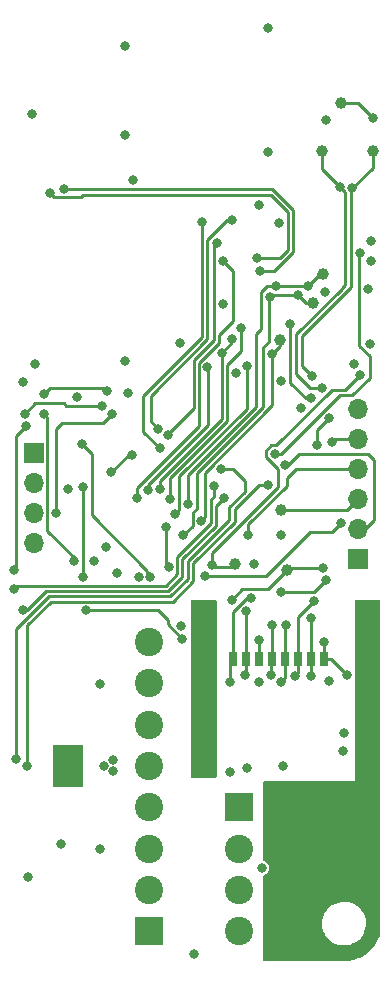
<source format=gbl>
G04 #@! TF.GenerationSoftware,KiCad,Pcbnew,7.0.8*
G04 #@! TF.CreationDate,2023-12-05T10:59:50-06:00*
G04 #@! TF.ProjectId,Flight_Board,466c6967-6874-45f4-926f-6172642e6b69,rev?*
G04 #@! TF.SameCoordinates,Original*
G04 #@! TF.FileFunction,Copper,L4,Bot*
G04 #@! TF.FilePolarity,Positive*
%FSLAX46Y46*%
G04 Gerber Fmt 4.6, Leading zero omitted, Abs format (unit mm)*
G04 Created by KiCad (PCBNEW 7.0.8) date 2023-12-05 10:59:50*
%MOMM*%
%LPD*%
G01*
G04 APERTURE LIST*
G04 #@! TA.AperFunction,ComponentPad*
%ADD10C,0.600000*%
G04 #@! TD*
G04 #@! TA.AperFunction,SMDPad,CuDef*
%ADD11R,2.550000X3.550000*%
G04 #@! TD*
G04 #@! TA.AperFunction,ComponentPad*
%ADD12R,2.400000X2.400000*%
G04 #@! TD*
G04 #@! TA.AperFunction,ComponentPad*
%ADD13C,2.400000*%
G04 #@! TD*
G04 #@! TA.AperFunction,SMDPad,CuDef*
%ADD14C,1.000000*%
G04 #@! TD*
G04 #@! TA.AperFunction,SMDPad,CuDef*
%ADD15R,0.800000X1.200000*%
G04 #@! TD*
G04 #@! TA.AperFunction,SMDPad,CuDef*
%ADD16R,1.500000X2.000000*%
G04 #@! TD*
G04 #@! TA.AperFunction,ComponentPad*
%ADD17R,1.700000X1.700000*%
G04 #@! TD*
G04 #@! TA.AperFunction,ComponentPad*
%ADD18O,1.700000X1.700000*%
G04 #@! TD*
G04 #@! TA.AperFunction,ViaPad*
%ADD19C,0.800000*%
G04 #@! TD*
G04 #@! TA.AperFunction,Conductor*
%ADD20C,0.250000*%
G04 #@! TD*
G04 APERTURE END LIST*
D10*
G04 #@! TO.P,U8,29,PAD*
G04 #@! TO.N,GND*
X140836000Y-128140000D03*
X140836000Y-128840000D03*
X140836000Y-129540000D03*
X140836000Y-130240000D03*
X140836000Y-130940000D03*
X141736000Y-128140000D03*
X141736000Y-128840000D03*
X141736000Y-129540000D03*
D11*
X141736000Y-129540000D03*
D10*
X141736000Y-130240000D03*
X141736000Y-130940000D03*
X142636000Y-128140000D03*
X142636000Y-128840000D03*
X142636000Y-129540000D03*
X142636000Y-130240000D03*
X142636000Y-130940000D03*
G04 #@! TD*
D12*
G04 #@! TO.P,J2,1,Pin_1*
G04 #@! TO.N,GND*
X148590000Y-143540000D03*
D13*
G04 #@! TO.P,J2,2,Pin_2*
G04 #@! TO.N,/PYRO4*
X148590000Y-140040000D03*
G04 #@! TO.P,J2,3,Pin_3*
G04 #@! TO.N,GND*
X148590000Y-136540000D03*
G04 #@! TO.P,J2,4,Pin_4*
G04 #@! TO.N,/PYRO3*
X148590000Y-133040000D03*
G04 #@! TO.P,J2,5,Pin_5*
G04 #@! TO.N,GND*
X148590000Y-129540000D03*
G04 #@! TO.P,J2,6,Pin_6*
G04 #@! TO.N,/PYRO2*
X148590000Y-126040000D03*
G04 #@! TO.P,J2,7,Pin_7*
G04 #@! TO.N,GND*
X148590000Y-122540000D03*
G04 #@! TO.P,J2,8,Pin_8*
G04 #@! TO.N,/PYRO1*
X148590000Y-119040000D03*
G04 #@! TD*
D14*
G04 #@! TO.P,TP11,1,1*
G04 #@! TO.N,/Accelerometer/SCL*
X163195000Y-77470000D03*
G04 #@! TD*
G04 #@! TO.P,TP3,1,1*
G04 #@! TO.N,GND*
X159766000Y-107823000D03*
G04 #@! TD*
G04 #@! TO.P,TP10,1,1*
G04 #@! TO.N,/Accelerometer/SDA*
X167513000Y-77470000D03*
G04 #@! TD*
G04 #@! TO.P,TP8,1,1*
G04 #@! TO.N,/CS1*
X155829000Y-112395000D03*
G04 #@! TD*
G04 #@! TO.P,TP5,1,1*
G04 #@! TO.N,/Barometer/MISO*
X162433000Y-90297000D03*
G04 #@! TD*
D15*
G04 #@! TO.P,J5,1,DAT2*
G04 #@! TO.N,/MicroSD/SDIO_D2*
X163372000Y-120438000D03*
G04 #@! TO.P,J5,2,CD/DAT3*
G04 #@! TO.N,/MicroSD/SDIO_D3*
X162272000Y-120438000D03*
G04 #@! TO.P,J5,3,CMD*
G04 #@! TO.N,/MicroSD/SDIO_CMD*
X161172000Y-120438000D03*
G04 #@! TO.P,J5,4,VDD*
G04 #@! TO.N,+3.3V*
X160072000Y-120438000D03*
G04 #@! TO.P,J5,5,CLK*
G04 #@! TO.N,/MicroSD/SDIO_CLK*
X158972000Y-120438000D03*
G04 #@! TO.P,J5,6,VSS*
G04 #@! TO.N,GND*
X157872000Y-120438000D03*
G04 #@! TO.P,J5,7,DAT0*
G04 #@! TO.N,/MicroSD/SDIO_D0*
X156772000Y-120438000D03*
G04 #@! TO.P,J5,8,DAT1*
G04 #@! TO.N,/MicroSD/SDIO_D1*
X155672000Y-120438000D03*
D16*
G04 #@! TO.P,J5,9,SHIELD*
G04 #@! TO.N,GND*
X153202000Y-118238000D03*
G04 #@! TO.P,J5,10,SHIELD*
X153202000Y-126438000D03*
G04 #@! TO.P,J5,11,SHIELD*
X167092000Y-126438000D03*
G04 #@! TO.P,J5,12,SHIELD*
X167092000Y-118238000D03*
G04 #@! TD*
D14*
G04 #@! TO.P,TP9,1,1*
G04 #@! TO.N,/CS2*
X160274000Y-112903000D03*
G04 #@! TD*
D17*
G04 #@! TO.P,J3,1,Pin_1*
G04 #@! TO.N,+3.3V*
X138811000Y-102997000D03*
D18*
G04 #@! TO.P,J3,2,Pin_2*
G04 #@! TO.N,/Microcontroller/UART_TX*
X138811000Y-105537000D03*
G04 #@! TO.P,J3,3,Pin_3*
G04 #@! TO.N,/Microcontroller/UART_RX*
X138811000Y-108077000D03*
G04 #@! TO.P,J3,4,Pin_4*
G04 #@! TO.N,GND*
X138811000Y-110617000D03*
G04 #@! TD*
D14*
G04 #@! TO.P,TP7,1,1*
G04 #@! TO.N,/Barometer/SCK*
X159639000Y-93472000D03*
G04 #@! TD*
D17*
G04 #@! TO.P,J4,1,Pin_1*
G04 #@! TO.N,+3.3V*
X166243000Y-112014000D03*
D18*
G04 #@! TO.P,J4,2,Pin_2*
G04 #@! TO.N,/Microcontroller/SWCLK*
X166243000Y-109474000D03*
G04 #@! TO.P,J4,3,Pin_3*
G04 #@! TO.N,GND*
X166243000Y-106934000D03*
G04 #@! TO.P,J4,4,Pin_4*
G04 #@! TO.N,/Microcontroller/SWDIO*
X166243000Y-104394000D03*
G04 #@! TO.P,J4,5,Pin_5*
G04 #@! TO.N,/Microcontroller/NRST*
X166243000Y-101854000D03*
G04 #@! TO.P,J4,6,Pin_6*
G04 #@! TO.N,/Microcontroller/SWO*
X166243000Y-99314000D03*
G04 #@! TD*
D14*
G04 #@! TO.P,TP2,1,1*
G04 #@! TO.N,GND*
X164846000Y-73406000D03*
G04 #@! TD*
D12*
G04 #@! TO.P,J1,1,Pin_1*
G04 #@! TO.N,/VBAT*
X156210000Y-133040000D03*
D13*
G04 #@! TO.P,J1,2,Pin_2*
G04 #@! TO.N,GND*
X156210000Y-136540000D03*
G04 #@! TO.P,J1,3,Pin_3*
G04 #@! TO.N,/VPYRO*
X156210000Y-140040000D03*
G04 #@! TO.P,J1,4,Pin_4*
G04 #@! TO.N,GND*
X156210000Y-143540000D03*
G04 #@! TD*
D14*
G04 #@! TO.P,TP6,1,1*
G04 #@! TO.N,/Barometer/MOSI*
X163322000Y-87884000D03*
G04 #@! TD*
D19*
G04 #@! TO.N,+3.3V*
X163576000Y-74803000D03*
X159766000Y-109982000D03*
X160147000Y-117602000D03*
X155448000Y-130048000D03*
X144907000Y-110998000D03*
X158115000Y-138176000D03*
X159766000Y-122428000D03*
X167146500Y-89154000D03*
X151219500Y-93726000D03*
X151324800Y-117661200D03*
X167386000Y-85090000D03*
X147701000Y-113538000D03*
X146595500Y-95250000D03*
X164973000Y-128270000D03*
X157861000Y-82042000D03*
X138938000Y-95504000D03*
X141732000Y-106045000D03*
X155913500Y-96298257D03*
X163830000Y-122301000D03*
X141097000Y-136144000D03*
X165984701Y-95508299D03*
X152400000Y-145415000D03*
X138684000Y-74295000D03*
G04 #@! TO.N,GND*
X163577750Y-138279000D03*
X164466750Y-138279000D03*
X157861000Y-122428000D03*
X161476201Y-99246201D03*
X145854497Y-113157000D03*
X146838500Y-97917000D03*
X165100000Y-126746000D03*
X159893000Y-129540000D03*
X165355750Y-133707000D03*
X167513000Y-74676000D03*
X159607500Y-83566000D03*
X158623000Y-77551000D03*
X147193000Y-79883000D03*
X158623000Y-67056000D03*
X167133750Y-138279000D03*
X166244750Y-138279000D03*
X146558000Y-76073000D03*
X153162000Y-122428000D03*
X166244750Y-133707000D03*
X167133750Y-137390000D03*
X167133750Y-134596000D03*
X142494000Y-98298000D03*
X157872000Y-118872000D03*
X164466750Y-133707000D03*
X167267681Y-93844319D03*
X157480000Y-112395000D03*
X143891000Y-112141000D03*
X163449000Y-89408000D03*
X146558000Y-68580000D03*
X159803500Y-96930542D03*
X167386000Y-86741000D03*
X165355750Y-138279000D03*
X167133750Y-133707000D03*
X138303000Y-138938000D03*
X154813000Y-90424000D03*
X167133750Y-136501000D03*
X156845000Y-129667000D03*
X167133750Y-135485000D03*
X137922000Y-97028000D03*
X163577750Y-133707000D03*
G04 #@! TO.N,/Microcontroller/NRST*
X143002000Y-113538500D03*
X159766000Y-114808000D03*
X151384000Y-118745000D03*
X145381202Y-104677355D03*
X163576000Y-113792000D03*
X143002000Y-105918000D03*
X164084000Y-102108000D03*
X147130551Y-103188551D03*
X143256000Y-116337500D03*
G04 #@! TO.N,/MicroSD/SDIO_CLK*
X158877000Y-121793000D03*
X158972000Y-117602000D03*
G04 #@! TO.N,/MicroSD/SDIO_CMD*
X160909000Y-121920000D03*
X162560000Y-115570000D03*
G04 #@! TO.N,/MicroSD/SDIO_D3*
X162306000Y-121920000D03*
X162272000Y-116967000D03*
G04 #@! TO.N,/MicroSD/SDIO_D2*
X163372000Y-118999000D03*
X165354000Y-121793000D03*
G04 #@! TO.N,/MicroSD/SDIO_D1*
X157188500Y-115316000D03*
X155448000Y-122428000D03*
G04 #@! TO.N,/MicroSD/SDIO_D0*
X156772000Y-116427811D03*
X156718000Y-121793000D03*
G04 #@! TO.N,/VPYRO*
X145542000Y-129921000D03*
X144399000Y-122555000D03*
X145542000Y-129032000D03*
X144399000Y-136525000D03*
X144780000Y-129540000D03*
G04 #@! TO.N,/Microcontroller/SWCLK*
X160142701Y-104017299D03*
G04 #@! TO.N,/Microcontroller/SWDIO*
X157009500Y-109982000D03*
G04 #@! TO.N,/Microcontroller/VBAT_ADC*
X142875000Y-102235000D03*
X148700503Y-113538000D03*
G04 #@! TO.N,/Accelerometer/SCL*
X163195000Y-97504030D03*
X164719000Y-80518000D03*
G04 #@! TO.N,/Accelerometer/SDA*
X165806600Y-80591300D03*
X162402791Y-96550287D03*
G04 #@! TO.N,/GPS/TXD*
X141351000Y-80667071D03*
X157988000Y-87630000D03*
G04 #@! TO.N,/GPS/RXD*
X140208000Y-81026000D03*
X157734000Y-86487000D03*
G04 #@! TO.N,/Current Switch/EN1*
X145071500Y-97746738D03*
X139700000Y-99695000D03*
X139700000Y-98044000D03*
X142240000Y-112141000D03*
G04 #@! TO.N,/Current Switch/EN2*
X140716000Y-108077000D03*
X145488256Y-99693059D03*
G04 #@! TO.N,/Current Switch/EN3*
X144633000Y-99080000D03*
X138049000Y-99695000D03*
G04 #@! TO.N,/Current Switch/EN4*
X138138500Y-100711000D03*
X137160000Y-112903000D03*
G04 #@! TO.N,/LoRa/LORA_BUSY*
X154745460Y-94547460D03*
X149483299Y-106049299D03*
X155650000Y-93345000D03*
G04 #@! TO.N,/Barometer/MISO*
X151499918Y-110001680D03*
X161186389Y-89624500D03*
X158795500Y-89833758D03*
G04 #@! TO.N,/LoRa/LORA_MISO*
X150183636Y-101519424D03*
X154305000Y-85217000D03*
G04 #@! TO.N,/Accelerometer/INT1*
X159249402Y-103124000D03*
X166457985Y-86115794D03*
G04 #@! TO.N,/LoRa/LORA_SCK*
X149479000Y-102616000D03*
X153035000Y-83439000D03*
G04 #@! TO.N,/LoRa/LORA_MOSI*
X154813000Y-86741000D03*
X147574000Y-106807000D03*
G04 #@! TO.N,/LoRa/LORA_NSS*
X155575000Y-83312000D03*
X149352000Y-100965000D03*
G04 #@! TO.N,/LoRa/LORA_RST*
X153538701Y-95753701D03*
X148467299Y-106176299D03*
G04 #@! TO.N,/LoRa/LORA_DIO1*
X156374500Y-92456000D03*
X150334533Y-106934000D03*
G04 #@! TO.N,/IMU/INT1*
X156882500Y-95653028D03*
X150779732Y-108234732D03*
G04 #@! TO.N,/Barometer/INT*
X164846000Y-108966000D03*
X153289000Y-113425000D03*
X149987000Y-109316275D03*
X150241000Y-112649000D03*
G04 #@! TO.N,/Current Switch/~{ST2}*
X137160000Y-114554000D03*
X154128639Y-105860744D03*
G04 #@! TO.N,/Current Switch/~{ST3}*
X158682899Y-105723899D03*
X138285474Y-129565500D03*
G04 #@! TO.N,/Current Switch/~{ST4}*
X137287000Y-128905000D03*
X154683701Y-104411875D03*
G04 #@! TO.N,/Barometer/MOSI*
X162052000Y-88862037D03*
X159357142Y-88862500D03*
X151892000Y-107315000D03*
G04 #@! TO.N,/Barometer/SCK*
X152997500Y-108765768D03*
X159041500Y-94615000D03*
G04 #@! TO.N,/Current Switch/~{ST1}*
X137893500Y-116332000D03*
X154967639Y-106842755D03*
G04 #@! TO.N,/CS1*
X153924000Y-112559329D03*
X166447951Y-96433451D03*
G04 #@! TO.N,/CS2*
X162814000Y-102362000D03*
X155575000Y-115443000D03*
X163830000Y-100080299D03*
X160528000Y-92075000D03*
X163322000Y-112776000D03*
X162301701Y-98420701D03*
G04 #@! TD*
D20*
G04 #@! TO.N,+3.3V*
X160072000Y-117677000D02*
X160072000Y-120438000D01*
X160147000Y-117602000D02*
X160072000Y-117677000D01*
X160072000Y-120438000D02*
X160072000Y-122122000D01*
X160072000Y-122122000D02*
X159766000Y-122428000D01*
G04 #@! TO.N,GND*
X165354000Y-107823000D02*
X166243000Y-106934000D01*
X159766000Y-107823000D02*
X165354000Y-107823000D01*
X164846000Y-73406000D02*
X166243000Y-73406000D01*
X166243000Y-73406000D02*
X167513000Y-74676000D01*
X157872000Y-118872000D02*
X157872000Y-120438000D01*
G04 #@! TO.N,/Microcontroller/NRST*
X143002000Y-113538500D02*
X143002000Y-105918000D01*
X166243000Y-101854000D02*
X164338000Y-101854000D01*
X146870006Y-103188551D02*
X145381202Y-104677355D01*
X150159119Y-117139119D02*
X150159119Y-117520119D01*
X147130551Y-103188551D02*
X146870006Y-103188551D01*
X162560000Y-114808000D02*
X159766000Y-114808000D01*
X163576000Y-113792000D02*
X162560000Y-114808000D01*
X149357500Y-116337500D02*
X150159119Y-117139119D01*
X150159119Y-117520119D02*
X151384000Y-118745000D01*
X143256000Y-116337500D02*
X149357500Y-116337500D01*
X164338000Y-101854000D02*
X164084000Y-102108000D01*
G04 #@! TO.N,/MicroSD/SDIO_CLK*
X158877000Y-121793000D02*
X158877000Y-120533000D01*
X158972000Y-117602000D02*
X158972000Y-120438000D01*
X158877000Y-120533000D02*
X158972000Y-120438000D01*
G04 #@! TO.N,/MicroSD/SDIO_CMD*
X161172000Y-116958000D02*
X161172000Y-120438000D01*
X161172000Y-121657000D02*
X160909000Y-121920000D01*
X161172000Y-120438000D02*
X161172000Y-121657000D01*
X162560000Y-115570000D02*
X161172000Y-116958000D01*
G04 #@! TO.N,/MicroSD/SDIO_D3*
X162272000Y-116967000D02*
X162272000Y-120438000D01*
X162306000Y-121920000D02*
X162272000Y-121886000D01*
X162272000Y-121886000D02*
X162272000Y-120438000D01*
G04 #@! TO.N,/MicroSD/SDIO_D2*
X165354000Y-121793000D02*
X163999000Y-120438000D01*
X163999000Y-120438000D02*
X163372000Y-120438000D01*
X163372000Y-118999000D02*
X163372000Y-120438000D01*
G04 #@! TO.N,/MicroSD/SDIO_D1*
X156858506Y-115316000D02*
X155672000Y-116502506D01*
X157188500Y-115316000D02*
X156858506Y-115316000D01*
X155672000Y-116502506D02*
X155672000Y-120438000D01*
X155448000Y-122428000D02*
X155448000Y-120662000D01*
X155448000Y-120662000D02*
X155672000Y-120438000D01*
G04 #@! TO.N,/MicroSD/SDIO_D0*
X156772000Y-116427811D02*
X156772000Y-120438000D01*
X156772000Y-120438000D02*
X156772000Y-121739000D01*
X156772000Y-121739000D02*
X156718000Y-121793000D01*
G04 #@! TO.N,/Microcontroller/SWCLK*
X166243000Y-109474000D02*
X166243000Y-108839000D01*
X160396701Y-104017299D02*
X161290000Y-103124000D01*
X167640000Y-108712000D02*
X166878000Y-109474000D01*
X167132000Y-103124000D02*
X167640000Y-103632000D01*
X161290000Y-103124000D02*
X167132000Y-103124000D01*
X167640000Y-103632000D02*
X167640000Y-108712000D01*
X160142701Y-104017299D02*
X160396701Y-104017299D01*
X166878000Y-109474000D02*
X166243000Y-109474000D01*
G04 #@! TO.N,/Microcontroller/SWDIO*
X166243000Y-104394000D02*
X161036000Y-104394000D01*
X160274000Y-105156000D02*
X160274000Y-105793792D01*
X161036000Y-104394000D02*
X160274000Y-105156000D01*
X157009500Y-109058292D02*
X157009500Y-109982000D01*
X160274000Y-105793792D02*
X157009500Y-109058292D01*
G04 #@! TO.N,/Microcontroller/VBAT_ADC*
X143727000Y-108294000D02*
X143727000Y-103087000D01*
X148426000Y-113263497D02*
X148426000Y-112993000D01*
X148700503Y-113538000D02*
X148426000Y-113263497D01*
X143727000Y-103087000D02*
X142875000Y-102235000D01*
X148426000Y-112993000D02*
X143727000Y-108294000D01*
G04 #@! TO.N,/Accelerometer/SCL*
X163195000Y-78994000D02*
X164719000Y-80518000D01*
X165158000Y-88840604D02*
X165158000Y-80957000D01*
X163195000Y-77470000D02*
X163195000Y-78994000D01*
X163195000Y-97504030D02*
X162227225Y-97504030D01*
X164904000Y-89131805D02*
X164904000Y-89094604D01*
X162227225Y-97504030D02*
X161036000Y-96312805D01*
X164904000Y-89094604D02*
X165158000Y-88840604D01*
X161036000Y-96312805D02*
X161036000Y-92999805D01*
X161036000Y-92999805D02*
X164904000Y-89131805D01*
X165158000Y-80957000D02*
X164719000Y-80518000D01*
G04 #@! TO.N,/Accelerometer/SDA*
X165354000Y-89318201D02*
X165354000Y-89281000D01*
X161544000Y-95691496D02*
X161544000Y-93128201D01*
X165354000Y-89281000D02*
X165677000Y-88958000D01*
X167513000Y-78884900D02*
X165806600Y-80591300D01*
X167513000Y-77470000D02*
X167513000Y-78884900D01*
X165677000Y-88958000D02*
X165677000Y-80720900D01*
X165677000Y-80720900D02*
X165806600Y-80591300D01*
X161544000Y-93128201D02*
X165354000Y-89318201D01*
X162402791Y-96550287D02*
X161544000Y-95691496D01*
G04 #@! TO.N,/GPS/TXD*
X141351500Y-80666571D02*
X141351000Y-80667071D01*
X159171263Y-87630000D02*
X160782000Y-86019263D01*
X160782000Y-82423000D02*
X159025571Y-80666571D01*
X160782000Y-86019263D02*
X160782000Y-82423000D01*
X159025571Y-80666571D02*
X141351500Y-80666571D01*
X157988000Y-87630000D02*
X159171263Y-87630000D01*
G04 #@! TO.N,/GPS/RXD*
X159677867Y-86487000D02*
X160332000Y-85832867D01*
X157734000Y-86487000D02*
X159677867Y-86487000D01*
X160332000Y-82609395D02*
X158875605Y-81153000D01*
X140573571Y-81391571D02*
X140208000Y-81026000D01*
X142799846Y-81391571D02*
X140573571Y-81391571D01*
X143038417Y-81153000D02*
X142799846Y-81391571D01*
X158875605Y-81153000D02*
X143038417Y-81153000D01*
X160332000Y-85832867D02*
X160332000Y-82609395D01*
G04 #@! TO.N,/Current Switch/EN1*
X144897762Y-97573000D02*
X140171000Y-97573000D01*
X139700000Y-99695000D02*
X139986000Y-99981000D01*
X139986000Y-109633000D02*
X142367000Y-112014000D01*
X140171000Y-97573000D02*
X139700000Y-98044000D01*
X142367000Y-112014000D02*
X142240000Y-112141000D01*
X145071500Y-97746738D02*
X144897762Y-97573000D01*
X139986000Y-99981000D02*
X139986000Y-109633000D01*
G04 #@! TO.N,/Current Switch/EN2*
X145488256Y-99693059D02*
X144724315Y-100457000D01*
X144724315Y-100457000D02*
X141224000Y-100457000D01*
X140716000Y-100965000D02*
X141224000Y-100457000D01*
X140716000Y-108077000D02*
X140716000Y-100965000D01*
G04 #@! TO.N,/Current Switch/EN3*
X138938000Y-98806000D02*
X138049000Y-99695000D01*
X141351000Y-98806000D02*
X138938000Y-98806000D01*
X144633000Y-99080000D02*
X144576000Y-99023000D01*
X141568000Y-99023000D02*
X141351000Y-98806000D01*
X144576000Y-99023000D02*
X141568000Y-99023000D01*
G04 #@! TO.N,/Current Switch/EN4*
X137287000Y-112776000D02*
X137160000Y-112903000D01*
X137287000Y-101562500D02*
X137287000Y-112776000D01*
X138138500Y-100711000D02*
X137287000Y-101562500D01*
G04 #@! TO.N,/LoRa/LORA_BUSY*
X155650000Y-93642920D02*
X155650000Y-93345000D01*
X154738500Y-94554420D02*
X154745460Y-94547460D01*
X154738500Y-100126798D02*
X154738500Y-94554420D01*
X149483299Y-105381999D02*
X154738500Y-100126798D01*
X149483299Y-106049299D02*
X149483299Y-105381999D01*
X154745460Y-94547460D02*
X155650000Y-93642920D01*
G04 #@! TO.N,/Barometer/MISO*
X152654000Y-104756882D02*
X158242000Y-99168882D01*
X158782598Y-89846660D02*
X158795500Y-89833758D01*
X152654000Y-107696000D02*
X152654000Y-104756882D01*
X158242000Y-94107000D02*
X158782598Y-93566402D01*
X158967258Y-89662000D02*
X161148889Y-89662000D01*
X161858889Y-90297000D02*
X161186389Y-89624500D01*
X158782598Y-93566402D02*
X158782598Y-89846660D01*
X161148889Y-89662000D02*
X161186389Y-89624500D01*
X158795500Y-89833758D02*
X158967258Y-89662000D01*
X158242000Y-99168882D02*
X158242000Y-94107000D01*
X162433000Y-90297000D02*
X161858889Y-90297000D01*
X151499918Y-110001680D02*
X152273000Y-109228598D01*
X152273000Y-108077000D02*
X152654000Y-107696000D01*
X152273000Y-109228598D02*
X152273000Y-108077000D01*
G04 #@! TO.N,/LoRa/LORA_MISO*
X154088000Y-93437792D02*
X154088000Y-85434000D01*
X152363701Y-95162091D02*
X154088000Y-93437792D01*
X150183636Y-101519424D02*
X150183636Y-101440864D01*
X152363701Y-99260799D02*
X152363701Y-95162091D01*
X154088000Y-85434000D02*
X154305000Y-85217000D01*
X150183636Y-101440864D02*
X152363701Y-99260799D01*
G04 #@! TO.N,/Accelerometer/INT1*
X159760994Y-103124000D02*
X159249402Y-103124000D01*
X167259000Y-94860943D02*
X167259000Y-96647000D01*
X166407000Y-86166779D02*
X166407000Y-94008943D01*
X164741338Y-98143656D02*
X159760994Y-103124000D01*
X166457985Y-86115794D02*
X166407000Y-86166779D01*
X166407000Y-94008943D02*
X167259000Y-94860943D01*
X165762344Y-98143656D02*
X164741338Y-98143656D01*
X167259000Y-96647000D02*
X165762344Y-98143656D01*
G04 #@! TO.N,/LoRa/LORA_SCK*
X149479000Y-102616000D02*
X148082000Y-101219000D01*
X148082000Y-101219000D02*
X148082000Y-98171000D01*
X148082000Y-98171000D02*
X153035000Y-93218000D01*
X153035000Y-93218000D02*
X153035000Y-83439000D01*
G04 #@! TO.N,/LoRa/LORA_MOSI*
X154538000Y-93729097D02*
X154538000Y-93012330D01*
X152813701Y-95453396D02*
X154538000Y-93729097D01*
X154538000Y-93012330D02*
X155682904Y-91867426D01*
X147574000Y-106018506D02*
X152813701Y-100778805D01*
X155682904Y-87610904D02*
X154813000Y-86741000D01*
X155682904Y-91867426D02*
X155682904Y-87610904D01*
X152813701Y-100778805D02*
X152813701Y-95453396D01*
X147574000Y-106807000D02*
X147574000Y-106018506D01*
G04 #@! TO.N,/LoRa/LORA_NSS*
X153485000Y-93404396D02*
X148717000Y-98172396D01*
X153485000Y-85011695D02*
X153485000Y-93404396D01*
X155575000Y-83312000D02*
X155184695Y-83312000D01*
X155184695Y-83312000D02*
X153485000Y-85011695D01*
X148717000Y-100330000D02*
X149352000Y-100965000D01*
X148717000Y-98172396D02*
X148717000Y-100330000D01*
G04 #@! TO.N,/LoRa/LORA_RST*
X153543000Y-100685902D02*
X153543000Y-95758000D01*
X148467299Y-105761603D02*
X153543000Y-100685902D01*
X153543000Y-95758000D02*
X153538701Y-95753701D01*
X148467299Y-106176299D02*
X148467299Y-105761603D01*
G04 #@! TO.N,/LoRa/LORA_DIO1*
X150334533Y-105167161D02*
X155188500Y-100313194D01*
X155188500Y-95627195D02*
X156374500Y-94441195D01*
X155188500Y-100313194D02*
X155188500Y-95627195D01*
X150334533Y-106934000D02*
X150334533Y-105167161D01*
X156374500Y-94441195D02*
X156374500Y-92456000D01*
G04 #@! TO.N,/IMU/INT1*
X150779732Y-108234732D02*
X151130000Y-107884464D01*
X156845000Y-95690528D02*
X156882500Y-95653028D01*
X151130000Y-107884464D02*
X151130000Y-105008090D01*
X156845000Y-99293090D02*
X156845000Y-95690528D01*
X151130000Y-105008090D02*
X156845000Y-99293090D01*
G04 #@! TO.N,/Barometer/INT*
X164084000Y-109728000D02*
X164846000Y-108966000D01*
X149987000Y-112395000D02*
X150241000Y-112649000D01*
X153289000Y-113425000D02*
X158482000Y-113425000D01*
X149987000Y-109316275D02*
X149987000Y-112395000D01*
X162179000Y-109728000D02*
X164084000Y-109728000D01*
X158482000Y-113425000D02*
X162179000Y-109728000D01*
G04 #@! TO.N,/Current Switch/~{ST2}*
X153797000Y-106988089D02*
X153797000Y-108991573D01*
X150966000Y-111822573D02*
X150966000Y-113319604D01*
X154128639Y-105860744D02*
X154128639Y-106656450D01*
X137451000Y-114263000D02*
X137160000Y-114554000D01*
X154128639Y-106656450D02*
X153797000Y-106988089D01*
X150966000Y-113319604D02*
X150022604Y-114263000D01*
X153797000Y-108991573D02*
X150966000Y-111822573D01*
X150022604Y-114263000D02*
X137451000Y-114263000D01*
G04 #@! TO.N,/Current Switch/~{ST3}*
X158682899Y-105723899D02*
X157929497Y-105723899D01*
X152316000Y-112381761D02*
X152316000Y-113878792D01*
X140274201Y-115613000D02*
X138285474Y-117601727D01*
X157929497Y-105723899D02*
X155834500Y-107818896D01*
X138285474Y-117601727D02*
X138285474Y-129565500D01*
X150581792Y-115613000D02*
X140274201Y-115613000D01*
X155834500Y-107818896D02*
X155834500Y-108863261D01*
X155834500Y-108863261D02*
X152316000Y-112381761D01*
X152316000Y-113878792D02*
X150581792Y-115613000D01*
G04 #@! TO.N,/Current Switch/~{ST4}*
X156718000Y-106299000D02*
X155384500Y-107632500D01*
X150395396Y-115163000D02*
X140087805Y-115163000D01*
X140087805Y-115163000D02*
X137287000Y-117963805D01*
X155384500Y-108676865D02*
X151866000Y-112195365D01*
X156718000Y-105447500D02*
X156718000Y-106299000D01*
X151866000Y-113692396D02*
X150395396Y-115163000D01*
X154683701Y-104411875D02*
X155682375Y-104411875D01*
X151866000Y-112195365D02*
X151866000Y-113692396D01*
X155682375Y-104411875D02*
X156718000Y-105447500D01*
X155384500Y-107632500D02*
X155384500Y-108676865D01*
X137287000Y-117963805D02*
X137287000Y-128905000D01*
G04 #@! TO.N,/Barometer/MOSI*
X158057598Y-89380061D02*
X158575622Y-88862037D01*
X151892000Y-104882486D02*
X157607000Y-99167486D01*
X163322000Y-87884000D02*
X163030037Y-87884000D01*
X157607000Y-99167486D02*
X157607000Y-92964000D01*
X163030037Y-87884000D02*
X162052000Y-88862037D01*
X151892000Y-107315000D02*
X151892000Y-104882486D01*
X158057598Y-92513402D02*
X158057598Y-89380061D01*
X157607000Y-92964000D02*
X158057598Y-92513402D01*
X158575622Y-88862037D02*
X162052000Y-88862037D01*
G04 #@! TO.N,/Barometer/SCK*
X159639000Y-93472000D02*
X159639000Y-94017500D01*
X159041500Y-99005778D02*
X159041500Y-94615000D01*
X152997500Y-108765768D02*
X153289000Y-108474268D01*
X159639000Y-94017500D02*
X159041500Y-94615000D01*
X153289000Y-104758278D02*
X159041500Y-99005778D01*
X153289000Y-108474268D02*
X153289000Y-104758278D01*
G04 #@! TO.N,/Current Switch/~{ST1}*
X154247000Y-107563394D02*
X154247000Y-109177969D01*
X139901409Y-114713000D02*
X138282409Y-116332000D01*
X151416000Y-113506000D02*
X150209000Y-114713000D01*
X154247000Y-109177969D02*
X151416000Y-112008969D01*
X150209000Y-114713000D02*
X139901409Y-114713000D01*
X151416000Y-112008969D02*
X151416000Y-113506000D01*
X154967639Y-106842755D02*
X154247000Y-107563394D01*
X138282409Y-116332000D02*
X137893500Y-116332000D01*
G04 #@! TO.N,/CS1*
X164053344Y-97693656D02*
X159348000Y-102399000D01*
X158949097Y-102399000D02*
X158496000Y-102852097D01*
X154013671Y-112649000D02*
X153924000Y-112559329D01*
X166447951Y-96433451D02*
X165187746Y-97693656D01*
X159348000Y-102399000D02*
X158949097Y-102399000D01*
X155829000Y-112395000D02*
X155575000Y-112649000D01*
X165187746Y-97693656D02*
X164053344Y-97693656D01*
X153924000Y-111507396D02*
X153924000Y-112559329D01*
X158496000Y-103395903D02*
X159512000Y-104411903D01*
X155575000Y-112649000D02*
X154013671Y-112649000D01*
X159512000Y-104411903D02*
X159512000Y-105919396D01*
X159512000Y-105919396D02*
X153924000Y-111507396D01*
X158496000Y-102852097D02*
X158496000Y-103395903D01*
G04 #@! TO.N,/CS2*
X162301701Y-98420701D02*
X161859902Y-98420701D01*
X163830000Y-100080299D02*
X162814000Y-101096299D01*
X160528000Y-92075000D02*
X160528000Y-92202000D01*
X162814000Y-101096299D02*
X162814000Y-102362000D01*
X155575000Y-115443000D02*
X156464000Y-114554000D01*
X162814000Y-112776000D02*
X163322000Y-112776000D01*
X160401000Y-112776000D02*
X160274000Y-112903000D01*
X160528000Y-97088799D02*
X160528000Y-92075000D01*
X161859902Y-98420701D02*
X160528000Y-97088799D01*
X158623000Y-114554000D02*
X160401000Y-112776000D01*
X156464000Y-114554000D02*
X158623000Y-114554000D01*
X162814000Y-112776000D02*
X160401000Y-112776000D01*
G04 #@! TD*
G04 #@! TA.AperFunction,Conductor*
G04 #@! TO.N,GND*
G36*
X165989000Y-131058382D02*
G01*
X168148000Y-131064000D01*
X168148000Y-143728512D01*
X168143154Y-143762840D01*
X168108619Y-143882710D01*
X168106924Y-143887767D01*
X168046687Y-144044689D01*
X167981269Y-144202620D01*
X167979231Y-144207041D01*
X167902349Y-144357933D01*
X167820035Y-144506868D01*
X167817768Y-144510646D01*
X167725099Y-144653344D01*
X167626833Y-144791836D01*
X167624450Y-144794977D01*
X167517974Y-144926463D01*
X167516021Y-144928759D01*
X167403861Y-145054267D01*
X167401471Y-145056795D01*
X167281795Y-145176471D01*
X167279267Y-145178861D01*
X167153759Y-145291021D01*
X167151463Y-145292974D01*
X167019977Y-145399450D01*
X167016836Y-145401833D01*
X166878344Y-145500099D01*
X166735646Y-145592768D01*
X166731868Y-145595035D01*
X166582933Y-145677349D01*
X166432041Y-145754231D01*
X166427620Y-145756269D01*
X166269689Y-145821687D01*
X166112763Y-145881925D01*
X166107706Y-145883620D01*
X165941665Y-145931456D01*
X165781536Y-145974362D01*
X165775872Y-145975599D01*
X165600727Y-146005357D01*
X165442215Y-146030464D01*
X165435988Y-146031130D01*
X165233242Y-146042517D01*
X165131979Y-146047824D01*
X165101620Y-146049415D01*
X165098377Y-146049500D01*
X158366000Y-146049500D01*
X158298961Y-146029815D01*
X158253206Y-145977011D01*
X158242000Y-145925500D01*
X158242000Y-142942763D01*
X163245787Y-142942763D01*
X163275413Y-143212013D01*
X163275415Y-143212024D01*
X163317353Y-143372439D01*
X163343928Y-143474088D01*
X163449870Y-143723390D01*
X163521998Y-143841575D01*
X163590979Y-143954605D01*
X163590986Y-143954615D01*
X163764253Y-144162819D01*
X163764259Y-144162824D01*
X163869240Y-144256887D01*
X163965998Y-144343582D01*
X164191910Y-144493044D01*
X164437176Y-144608020D01*
X164437183Y-144608022D01*
X164437185Y-144608023D01*
X164696557Y-144686057D01*
X164696564Y-144686058D01*
X164696569Y-144686060D01*
X164964561Y-144725500D01*
X164964566Y-144725500D01*
X165167636Y-144725500D01*
X165219133Y-144721730D01*
X165370156Y-144710677D01*
X165482758Y-144685593D01*
X165634546Y-144651782D01*
X165634548Y-144651781D01*
X165634553Y-144651780D01*
X165887558Y-144555014D01*
X166123777Y-144422441D01*
X166338177Y-144256888D01*
X166526186Y-144061881D01*
X166683799Y-143841579D01*
X166757787Y-143697669D01*
X166807649Y-143600690D01*
X166807651Y-143600684D01*
X166807656Y-143600675D01*
X166895118Y-143344305D01*
X166944319Y-143077933D01*
X166954212Y-142807235D01*
X166924586Y-142537982D01*
X166856072Y-142275912D01*
X166750130Y-142026610D01*
X166609018Y-141795390D01*
X166519747Y-141688119D01*
X166435746Y-141587180D01*
X166435740Y-141587175D01*
X166234002Y-141406418D01*
X166008092Y-141256957D01*
X166008090Y-141256956D01*
X165762824Y-141141980D01*
X165762819Y-141141978D01*
X165762814Y-141141976D01*
X165503442Y-141063942D01*
X165503428Y-141063939D01*
X165387791Y-141046921D01*
X165235439Y-141024500D01*
X165032369Y-141024500D01*
X165032364Y-141024500D01*
X164829844Y-141039323D01*
X164829831Y-141039325D01*
X164565453Y-141098217D01*
X164565446Y-141098220D01*
X164312439Y-141194987D01*
X164076226Y-141327557D01*
X163861822Y-141493112D01*
X163673822Y-141688109D01*
X163673816Y-141688116D01*
X163516202Y-141908419D01*
X163516199Y-141908424D01*
X163392350Y-142149309D01*
X163392343Y-142149327D01*
X163304884Y-142405685D01*
X163304881Y-142405699D01*
X163255681Y-142672068D01*
X163255680Y-142672075D01*
X163245787Y-142942763D01*
X158242000Y-142942763D01*
X158242000Y-138915933D01*
X158261685Y-138848894D01*
X158314489Y-138803139D01*
X158336326Y-138795536D01*
X158338508Y-138794997D01*
X158348793Y-138792463D01*
X158489529Y-138718599D01*
X158608498Y-138613201D01*
X158698787Y-138482395D01*
X158755149Y-138333782D01*
X158774307Y-138176000D01*
X158755149Y-138018218D01*
X158698787Y-137869605D01*
X158608498Y-137738799D01*
X158608495Y-137738796D01*
X158608493Y-137738794D01*
X158489530Y-137633401D01*
X158425244Y-137599661D01*
X158348793Y-137559537D01*
X158348790Y-137559536D01*
X158348788Y-137559535D01*
X158336322Y-137556462D01*
X158275942Y-137521304D01*
X158244155Y-137459084D01*
X158242000Y-137436066D01*
X158242000Y-130934000D01*
X158261685Y-130866961D01*
X158314489Y-130821206D01*
X158366000Y-130810000D01*
X165989000Y-130810000D01*
X165989000Y-131058382D01*
G37*
G04 #@! TD.AperFunction*
G04 #@! TD*
G04 #@! TA.AperFunction,Conductor*
G04 #@! TO.N,GND*
G36*
X154248039Y-115462685D02*
G01*
X154293794Y-115515489D01*
X154305000Y-115567000D01*
X154305000Y-130431676D01*
X154285315Y-130498715D01*
X154232511Y-130544470D01*
X154180677Y-130555676D01*
X152269677Y-130550703D01*
X152202689Y-130530844D01*
X152157072Y-130477921D01*
X152146000Y-130426703D01*
X152146000Y-115567000D01*
X152165685Y-115499961D01*
X152218489Y-115454206D01*
X152270000Y-115443000D01*
X154181000Y-115443000D01*
X154248039Y-115462685D01*
G37*
G04 #@! TD.AperFunction*
G04 #@! TD*
G04 #@! TA.AperFunction,Conductor*
G04 #@! TO.N,GND*
G36*
X168091039Y-115462685D02*
G01*
X168136794Y-115515489D01*
X168148000Y-115567000D01*
X168148000Y-131064000D01*
X165989000Y-131058382D01*
X165989000Y-121986727D01*
X165992605Y-121957046D01*
X165994149Y-121950782D01*
X166013307Y-121793000D01*
X166013307Y-121792999D01*
X165994149Y-121635219D01*
X165992603Y-121628946D01*
X165989000Y-121599271D01*
X165989000Y-115567000D01*
X166008685Y-115499961D01*
X166061489Y-115454206D01*
X166113000Y-115443000D01*
X168024000Y-115443000D01*
X168091039Y-115462685D01*
G37*
G04 #@! TD.AperFunction*
G04 #@! TD*
M02*

</source>
